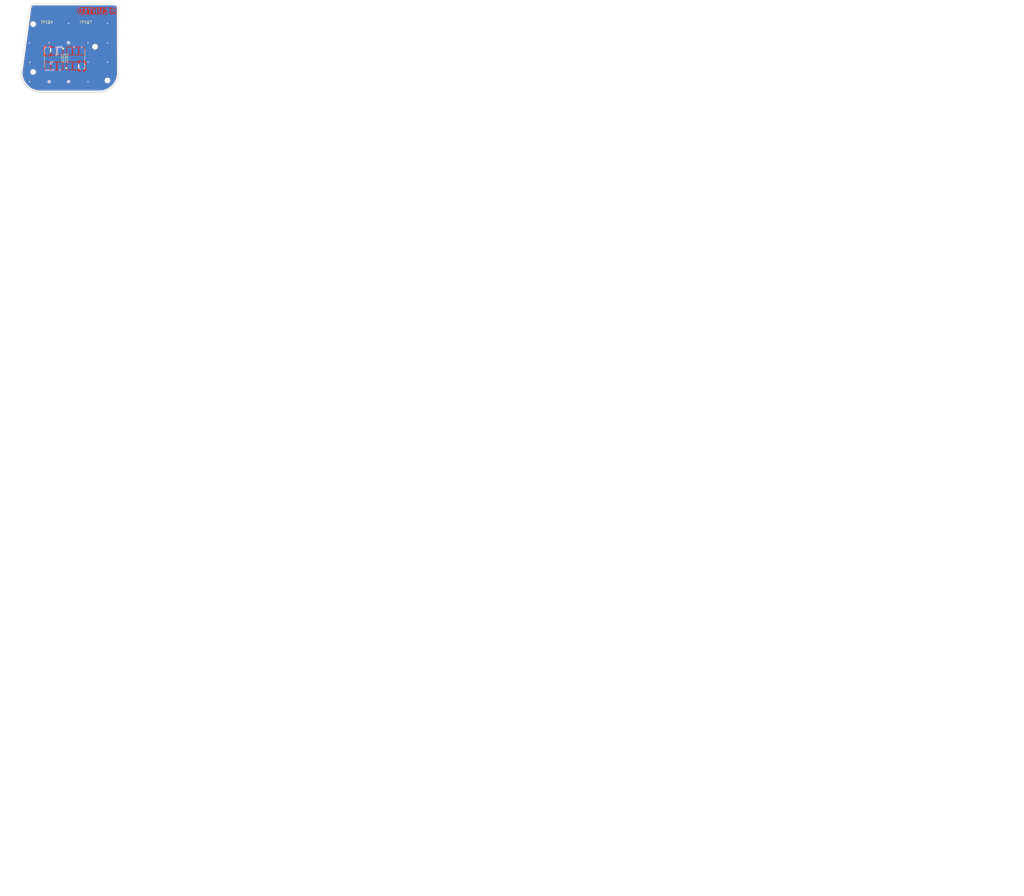
<source format=kicad_pcb>
(kicad_pcb (version 20221018) (generator pcbnew)
  (layers (0 "F.Cu" signal) (31 "B.Cu" signal) (34 "B.Paste" user) (35 "F.Paste" user) (36 "B.SilkS" user "B.Silkscreen") (37 "F.SilkS" user "F.Silkscreen") (38 "B.Mask" user) (39 "F.Mask" user) (44 "Edge.Cuts" user))
  (property "Author" "Julien CARAYON")
  (property "Company" "Mounted")
  (property "Date" "11/2023")
  (property "PCB name" "AugMounted_HMI")
  (property "Version" "v1.0.0")
  (net 0 "")
  (net 2 "/BUTTON2_HMI_BOARD")
  (net 3 "/BUTTON1_HMI_BOARD")
  (net 4 "/ENCODER_S1_HMI_BOARD")
  (net 5 "/ENCODER_B_HMI_BOARD")
  (net 6 "/ENCODER_A_HMI_BOARD")
  (net 7 "/ENCODER_S2_HMI_BOARD")
  (net 8 "VBUS")
  (net 9 "GND")
  (footprint ".mounted-lib:MountingHole_1.2mm_M1" (layer "F.Cu") (at 164.743827 104.36587)
    (fp_text reference "H103" hide)
    (fp_text value "H_MOUNTING_HOLE_M1")
    (pad "" np_thru_hole circle locked (at 0 0) (size 1.2 1.2) (drill 1.2) (layers "F&B.Cu" "*.Mask"))
  )
  (footprint ".mounted-lib:MountingHole_1.2mm_M1" (layer "F.Cu") (at 167.943827 113.06587)
    (fp_text reference "H104" hide)
    (fp_text value "H_MOUNTING_HOLE_M1")
    (pad "" np_thru_hole circle locked (at 0 0) (size 1.2 1.2) (drill 1.2) (layers "F&B.Cu" "*.Mask"))
  )
  (footprint ".mounted-lib:TESTPOINT_1.5MM" (layer "F.Cu") (at 161.343827 101.26587)
    (fp_text reference "TP105" hide)
    (fp_text value "TESTPOINT_1.5MM" hide)
    (pad "1" smd circle (at 0 0) (size 1.5 1.5) (layers "F.Cu" "F.Mask") (net 2 "/BUTTON2_HMI_BOARD"))
  )
  (footprint ".mounted-lib:TESTPOINT_1.5MM" (layer "F.Cu") (at 155.343827 101.66587)
    (fp_text reference "TP102" hide)
    (fp_text value "TESTPOINT_1.5MM" hide)
    (pad "1" smd circle (at 0 0) (size 1.5 1.5) (layers "F.Cu" "F.Mask") (net 5 "/ENCODER_B_HMI_BOARD"))
  )
  (footprint ".mounted-lib:J_788641001" (layer "F.Cu") (at 154.143827 107.36587 -90)
    (fp_text reference "J102" (at 0 -3.3 90) (layer "F.SilkS") (effects (font (size 0.7 0.7) (thickness 0.1))))
    (fp_text value "J_0788641001" hide)
    (fp_line (start -2.4 2.4) (end 2.4 2.4) (stroke (width 0.12)) (layer "F.SilkS"))
    (fp_circle (center -2.5 -2.4) (end -2.3 -2.4) (stroke (width 0.1)) (fill solid) (layer "F.SilkS"))
    (pad "1" smd roundrect (at -2.1 -1.6) (size 0.7 0.8) (layers "F.Cu" "F.Paste" "F.Mask") (roundrect_rratio 0.1) (net 4 "/ENCODER_S1_HMI_BOARD"))
    (pad "2" smd roundrect (at -2.1 0) (size 0.7 0.8) (layers "F.Cu" "F.Paste" "F.Mask") (roundrect_rratio 0.1) (net 8 "VBUS"))
    (pad "3" smd roundrect (at -2.1 1.6) (size 0.7 0.8) (layers "F.Cu" "F.Paste" "F.Mask") (roundrect_rratio 0.1) (net 9 "GND"))
    (pad "4" smd roundrect (at 2.1 1.6) (size 0.7 0.8) (layers "F.Cu" "F.Paste" "F.Mask") (roundrect_rratio 0.1) (net 5 "/ENCODER_B_HMI_BOARD"))
    (pad "5" smd roundrect (at 2.1 0) (size 0.7 0.8) (layers "F.Cu" "F.Paste" "F.Mask") (roundrect_rratio 0.1) (net 6 "/ENCODER_A_HMI_BOARD"))
    (pad "6" smd roundrect (at 2.1 -1.6) (size 0.7 0.8) (layers "F.Cu" "F.Paste" "F.Mask") (roundrect_rratio 0.1) (net 7 "/ENCODER_S2_HMI_BOARD"))
  )
  (footprint ".mounted-lib:TESTPOINT_1.5MM" (layer "F.Cu") (at 152.343827 99.46587)
    (fp_text reference "TP104" (at 0 -1.4 unlocked) (layer "F.SilkS") (effects (font (size 0.7 0.7) (thickness 0.1))))
    (fp_text value "TESTPOINT_1.5MM" hide)
    (pad "1" smd circle (at 0 0) (size 1.5 1.5) (layers "F.Cu" "F.Mask") (net 7 "/ENCODER_S2_HMI_BOARD"))
  )
  (footprint ".mounted-lib:TESTPOINT_1.5MM" (layer "F.Cu") (at 159.343827 101.66587)
    (fp_text reference "TP106" hide)
    (fp_text value "TESTPOINT_1.5MM" hide)
    (pad "1" smd circle (at 0 0) (size 1.5 1.5) (layers "F.Cu" "F.Mask") (net 3 "/BUTTON1_HMI_BOARD"))
  )
  (footprint ".mounted-lib:MountingHole_1.2mm_M1" (layer "F.Cu") (at 148.843827 98.56587)
    (fp_text reference "H101" hide)
    (fp_text value "H_MOUNTING_HOLE_M1")
    (pad "" np_thru_hole circle locked (at 0 0) (size 1.2 1.2) (drill 1.2) (layers "F&B.Cu" "*.Mask"))
  )
  (footprint ".mounted-lib:J_788641001" (layer "F.Cu") (at 159.743827 107.36587 90)
    (fp_text reference "J101" (at 0 -3.3 90) (layer "F.SilkS") (effects (font (size 0.7 0.7) (thickness 0.1))))
    (fp_text value "J_0788641001" hide)
    (fp_line (start -2.4 2.4) (end 2.4 2.4) (stroke (width 0.12)) (layer "F.SilkS"))
    (fp_circle (center -2.5 -2.4) (end -2.3 -2.4) (stroke (width 0.1)) (fill solid) (layer "F.SilkS"))
    (pad "1" smd roundrect (at -2.1 -1.6 180) (size 0.7 0.8) (layers "F.Cu" "F.Paste" "F.Mask") (roundrect_rratio 0.1))
    (pad "2" smd roundrect (at -2.1 0 180) (size 0.7 0.8) (layers "F.Cu" "F.Paste" "F.Mask") (roundrect_rratio 0.1))
    (pad "3" smd roundrect (at -2.1 1.6 180) (size 0.7 0.8) (layers "F.Cu" "F.Paste" "F.Mask") (roundrect_rratio 0.1) (net 9 "GND"))
    (pad "4" smd roundrect (at 2.1 1.6 180) (size 0.7 0.8) (layers "F.Cu" "F.Paste" "F.Mask") (roundrect_rratio 0.1) (net 2 "/BUTTON2_HMI_BOARD"))
    (pad "5" smd roundrect (at 2.1 0 180) (size 0.7 0.8) (layers "F.Cu" "F.Paste" "F.Mask") (roundrect_rratio 0.1) (net 3 "/BUTTON1_HMI_BOARD"))
    (pad "6" smd roundrect (at 2.1 -1.6 180) (size 0.7 0.8) (layers "F.Cu" "F.Paste" "F.Mask") (roundrect_rratio 0.1))
  )
  (footprint ".mounted-lib:TESTPOINT_1.5MM" (layer "F.Cu") (at 162.343827 99.46587)
    (fp_text reference "TP107" (at 0 -1.4 unlocked) (layer "F.SilkS") (effects (font (size 0.7 0.7) (thickness 0.1))))
    (fp_text value "TESTPOINT_1.5MM" hide)
    (pad "1" smd circle (at 0 0) (size 1.5 1.5) (layers "F.Cu" "F.Mask") (net 9 "GND"))
  )
  (footprint ".mounted-lib:TESTPOINT_1.5MM" (layer "F.Cu") (at 157.343827 101.86587)
    (fp_text reference "TP103" hide)
    (fp_text value "TESTPOINT_1.5MM" hide)
    (pad "1" smd circle (at 0 0) (size 1.5 1.5) (layers "F.Cu" "F.Mask") (net 4 "/ENCODER_S1_HMI_BOARD"))
  )
  (footprint ".mounted-lib:MountingHole_1.2mm_M1" (layer "F.Cu") (at 148.843827 110.86587)
    (fp_text reference "H104" hide)
    (fp_text value "H_MOUNTING_HOLE_M1")
    (pad "" np_thru_hole circle locked (at 0 0) (size 1.2 1.2) (drill 1.2) (layers "F&B.Cu" "*.Mask"))
  )
  (footprint ".mounted-lib:TESTPOINT_1.5MM" (layer "F.Cu") (at 153.343827 101.26587)
    (fp_text reference "TP101" hide)
    (fp_text value "TESTPOINT_1.5MM" hide)
    (pad "1" smd circle (at 0 0) (size 1.5 1.5) (layers "F.Cu" "F.Mask") (net 6 "/ENCODER_A_HMI_BOARD"))
  )
  (footprint ".mounted-lib:J_788641001_PAD" (layer "B.Cu") (at 154.143827 107.41012 -90)
    (fp_text reference "J102" hide)
    (fp_text value "J_0788641001_PAD" hide)
    (pad "1" smd roundrect locked (at -1.925 -1.6 180) (size 1.3 1.85) (layers "B.Cu" "B.Mask") (roundrect_rratio 0.1) (net 4 "/ENCODER_S1_HMI_BOARD"))
    (pad "2" smd roundrect locked (at -1.925 0 180) (size 1.3 1.85) (layers "B.Cu" "B.Mask") (roundrect_rratio 0.1) (net 8 "VBUS"))
    (pad "3" smd roundrect locked (at -1.925 1.6 180) (size 1.3 1.85) (layers "B.Cu" "B.Mask") (roundrect_rratio 0.1) (net 9 "GND"))
    (pad "4" smd roundrect locked (at 1.925 1.6 180) (size 1.3 1.85) (layers "B.Cu" "B.Mask") (roundrect_rratio 0.1) (net 5 "/ENCODER_B_HMI_BOARD"))
    (pad "5" smd roundrect locked (at 1.925 0 180) (size 1.3 1.85) (layers "B.Cu" "B.Mask") (roundrect_rratio 0.1) (net 6 "/ENCODER_A_HMI_BOARD"))
    (pad "6" smd roundrect locked (at 1.925 -1.6 180) (size 1.3 1.85) (layers "B.Cu" "B.Mask") (roundrect_rratio 0.1) (net 7 "/ENCODER_S2_HMI_BOARD"))
  )
  (footprint ".mounted-lib:J_788641001_PAD" (layer "B.Cu") (at 159.743827 107.41012 90)
    (fp_text reference "J101" hide)
    (fp_text value "J_0788641001_PAD" hide)
    (pad "1" smd roundrect locked (at -1.925 -1.6) (size 1.3 1.85) (layers "B.Cu" "B.Mask") (roundrect_rratio 0.1))
    (pad "2" smd roundrect locked (at -1.925 0) (size 1.3 1.85) (layers "B.Cu" "B.Mask") (roundrect_rratio 0.1))
    (pad "3" smd roundrect locked (at -1.925 1.6) (size 1.3 1.85) (layers "B.Cu" "B.Mask") (roundrect_rratio 0.1) (net 9 "GND"))
    (pad "4" smd roundrect locked (at 1.925 1.6) (size 1.3 1.85) (layers "B.Cu" "B.Mask") (roundrect_rratio 0.1) (net 2 "/BUTTON2_HMI_BOARD"))
    (pad "5" smd roundrect locked (at 1.925 0) (size 1.3 1.85) (layers "B.Cu" "B.Mask") (roundrect_rratio 0.1) (net 3 "/BUTTON1_HMI_BOARD"))
    (pad "6" smd roundrect locked (at 1.925 -1.6) (size 1.3 1.85) (layers "B.Cu" "B.Mask") (roundrect_rratio 0.1))
  )
  (footprint ".mounted-lib:mounted_logo" (layer "B.Cu") (at 165.343827 95.16587 180)
    (fp_text reference "LOGO101" hide)
    (fp_text value "mounted_logo" hide)
    (fp_poly (pts (xy 2.461178 0.60323) (xy 2.461178 0.450412) (xy 2.268144 0.450412) (xy 2.075111 0.450412) (xy 2.075111 -0.160861) (xy 2.075111 -0.772134) (xy 1.930336 -0.772134) (xy 1.785561 -0.772134) (xy 1.785561 -0.160861) (xy 1.785561 0.450412) (xy 1.592527 0.450412) (xy 1.399493 0.450412) (xy 1.399493 0.60323) (xy 1.399493 0.756048) (xy 1.930336 0.756048) (xy 2.461178 0.756048)) (fill solid) (layer "B.Cu"))
    (fp_poly (pts (xy 3.458518 0.60323) (xy 3.458518 0.450412) (xy 3.233312 0.450412) (xy 3.008106 0.450412) (xy 3.008106 0.297594) (xy 3.008106 0.144775) (xy 3.209183 0.144775) (xy 3.41026 0.144775) (xy 3.41026 -0.008043) (xy 3.41026 -0.160861) (xy 3.209183 -0.160861) (xy 3.008106 -0.160861) (xy 3.008106 -0.313679) (xy 3.008106 -0.466498) (xy 3.249398 -0.466498) (xy 3.49069 -0.466498) (xy 3.49069 -0.619316) (xy 3.49069 -0.772134) (xy 3.09658 -0.772134) (xy 2.70247 -0.772134) (xy 2.70247 -0.008043) (xy 2.70247 0.756048) (xy 3.080494 0.756048) (xy 3.458518 0.756048)) (fill solid) (layer "B.Cu"))
    (fp_poly (pts (xy 0.069432 0.783578) (xy 0.091155 0.768302) (xy 0.121973 0.740372) (xy 0.163804 0.697763) (xy 0.218566 0.638455) (xy 0.288177 0.560426) (xy 0.374555 0.461652) (xy 0.477147 0.342979) (xy 0.860608 -0.102263) (xy 0.864892 0.326893) (xy 0.869177 0.756048) (xy 1.021732 0.756048) (xy 1.174288 0.756048) (xy 1.174288 -0.024129) (xy 1.174288 -0.804306) (xy 1.137765 -0.804306) (xy 1.121758 -0.797956) (xy 1.095258 -0.777776) (xy 1.056601 -0.742077) (xy 1.004123 -0.689166) (xy 0.936159 -0.617352) (xy 0.851045 -0.524945) (xy 0.747119 -0.410252) (xy 0.715504 -0.375119) (xy 0.329766 0.054069) (xy 0.325473 -0.359032) (xy 0.32118 -0.772134) (xy 0.168633 -0.772134) (xy 0.016086 -0.772134) (xy 0.016086 0.008043) (xy 0.016086 0.78822) (xy 0.054886 0.78822)) (fill solid) (layer "B.Cu"))
    (fp_poly (pts (xy -3.603293 0) (xy -3.603293 -0.772134) (xy -3.756111 -0.772134) (xy -3.90893 -0.772134) (xy -3.90893 -0.347301) (xy -3.90893 0.077531) (xy -4.105985 -0.123488) (xy -4.30304 -0.324506) (xy -4.499444 -0.118016) (xy -4.695849 0.088474) (xy -4.696499 -0.34183) (xy -4.69715 -0.772134) (xy -4.849968 -0.772134) (xy -5.002786 -0.772134) (xy -5.002786 0) (xy -5.002786 0.772134) (xy -4.950507 0.771793) (xy -4.933336 0.769907) (xy -4.914804 0.762728) (xy -4.892141 0.747632) (xy -4.862578 0.721996) (xy -4.823345 0.683195) (xy -4.771674 0.628606) (xy -4.704795 0.555605) (xy -4.619939 0.461568) (xy -4.601979 0.441579) (xy -4.524249 0.355596) (xy -4.453376 0.278286) (xy -4.392209 0.212669) (xy -4.343594 0.161764) (xy -4.31038 0.128591) (xy -4.295415 0.116168) (xy -4.295048 0.116176) (xy -4.281878 0.128852) (xy -4.25012 0.162353) (xy -4.202656 0.213547) (xy -4.142373 0.279303) (xy -4.072154 0.356489) (xy -3.994885 0.441973) (xy -3.990905 0.44639) (xy -3.901889 0.54478) (xy -3.831362 0.621531) (xy -3.776631 0.679222) (xy -3.735001 0.720429) (xy -3.703779 0.747728) (xy -3.680271 0.763697) (xy -3.661783 0.770912) (xy -3.650369 0.772134) (xy -3.603293 0.772134)) (fill solid) (layer "B.Cu"))
    (fp_poly (pts (xy 4.04164 0.755769) (xy 4.192494 0.75303) (xy 4.317273 0.744566) (xy 4.421708 0.729478) (xy 4.511534 0.706866) (xy 4.592482 0.675831) (xy 4.613234 0.666049) (xy 4.719388 0.597173) (xy 4.813708 0.50264) (xy 4.892456 0.387932) (xy 4.951894 0.25853) (xy 4.988282 0.119915) (xy 4.989089 0.114982) (xy 4.99793 -0.029146) (xy 4.980197 -0.172284) (xy 4.93825 -0.30946) (xy 4.874446 -0.4357) (xy 4.791144 -0.546031) (xy 4.690703 -0.635478) (xy 4.610466 -0.68349) (xy 4.531199 -0.716583) (xy 4.443701 -0.741082) (xy 4.342372 -0.757856) (xy 4.221617 -0.767775) (xy 4.075839 -0.771708) (xy 4.04164 -0.771855) (xy 3.780241 -0.772134) (xy 3.780241 -0.008043) (xy 3.780241 0.454249) (xy 4.085877 0.454249) (xy 4.085877 -0.008043) (xy 4.085877 -0.470335) (xy 4.234674 -0.463351) (xy 4.322959 -0.456684) (xy 4.388171 -0.445182) (xy 4.439257 -0.427119) (xy 4.450108 -0.421772) (xy 4.540496 -0.357349) (xy 4.610487 -0.270545) (xy 4.657691 -0.165642) (xy 4.67972 -0.046918) (xy 4.681064 -0.008043) (xy 4.667753 0.117403) (xy 4.627399 0.226312) (xy 4.573903 0.304316) (xy 4.513781 0.364468) (xy 4.449184 0.40569) (xy 4.372108 0.431353) (xy 4.274549 0.44483) (xy 4.234674 0.447265) (xy 4.085877 0.454249) (xy 3.780241 0.454249) (xy 3.780241 0.756048)) (fill solid) (layer "B.Cu"))
    (fp_poly (pts (xy -1.125969 0.221184) (xy -1.125865 0.075344) (xy -1.125459 -0.04188) (xy -1.124553 -0.134042) (xy -1.122952 -0.204698) (xy -1.120459 -0.257403) (xy -1.116878 -0.295713) (xy -1.112011 -0.323183) (xy -1.105663 -0.343368) (xy -1.097637 -0.359823) (xy -1.093464 -0.366895) (xy -1.049302 -0.41449) (xy -0.985672 -0.453702) (xy -0.915239 -0.477812) (xy -0.876081 -0.482231) (xy -0.810624 -0.470536) (xy -0.743454 -0.439216) (xy -0.686529 -0.395227) (xy -0.655535 -0.353895) (xy -0.647736 -0.335466) (xy -0.641508 -0.312393) (xy -0.636678 -0.2811) (xy -0.633073 -0.238012) (xy -0.630522 -0.179552) (xy -0.628851 -0.102146) (xy -0.627887 -0.002217) (xy -0.627458 0.12381) (xy -0.627384 0.229227) (xy -0.627359 0.756048) (xy -0.473425 0.756048) (xy -0.319491 0.756048) (xy -0.325048 0.197055) (xy -0.326763 0.038599) (xy -0.32878 -0.091367) (xy -0.331595 -0.196523) (xy -0.335706 -0.280549) (xy -0.341608 -0.347126) (xy -0.349798 -0.399936) (xy -0.360773 -0.442658) (xy -0.375028 -0.478975) (xy -0.39306 -0.512565) (xy -0.415366 -0.547111) (xy -0.427861 -0.565293) (xy -0.502437 -0.646126) (xy -0.599157 -0.71008) (xy -0.711413 -0.754714) (xy -0.832598 -0.777588) (xy -0.956106 -0.77626) (xy -0.986876 -0.771807) (xy -1.104452 -0.737131) (xy -1.211287 -0.678164) (xy -1.301587 -0.599442) (xy -1.369559 -0.505496) (xy -1.393624 -0.453541) (xy -1.401408 -0.429917) (xy -1.407768 -0.401704) (xy -1.412892 -0.365371) (xy -1.41697 -0.31739) (xy -1.420189 -0.254232) (xy -1.422739 -0.172366) (xy -1.424807 -0.068265) (xy -1.426582 0.061602) (xy -1.427943 0.189012) (xy -1.433543 0.756048) (xy -1.279786 0.756048) (xy -1.126029 0.756048)) (fill solid) (layer "B.Cu"))
    (fp_poly (pts (xy -2.383549 0.742996) (xy -2.23438 0.692604) (xy -2.096077 0.616635) (xy -1.996133 0.537649) (xy -1.948468 0.489597) (xy -1.90023 0.434474) (xy -1.8566 0.379031) (xy -1.822755 0.330022) (xy -1.803878 0.294199) (xy -1.801647 0.284121) (xy -1.816957 0.280985) (xy -1.859785 0.278215) (xy -1.925478 0.275954) (xy -2.009383 0.274345) (xy -2.106846 0.273534) (xy -2.146183 0.273464) (xy -2.2495 0.273023) (xy -2.342843 0.271791) (xy -2.421087 0.269901) (xy -2.47911 0.267491) (xy -2.51179 0.264694) (xy -2.516164 0.2637) (xy -2.528264 0.253434) (xy -2.535938 0.229982) (xy -2.540071 0.18755) (xy -2.54155 0.120344) (xy -2.541609 0.097175) (xy -2.539741 0.017429) (xy -2.531937 -0.047393) (xy -2.514891 -0.100522) (xy -2.485298 -0.145189) (xy -2.439855 -0.184627) (xy -2.375257 -0.222066) (xy -2.2882 -0.260737) (xy -2.175379 -0.303873) (xy -2.105796 -0.329011) (xy -2.01614 -0.361399) (xy -1.934292 -0.391602) (xy -1.86625 -0.417356) (xy -1.818016 -0.436398) (xy -1.798352 -0.444962) (xy -1.771297 -0.460537) (xy -1.76284 -0.477961) (xy -1.769934 -0.508966) (xy -1.776664 -0.528422) (xy -1.807625 -0.604915) (xy -1.843083 -0.674759) (xy -1.879358 -0.732213) (xy -1.912769 -0.771536) (xy -1.939636 -0.786988) (xy -1.9424 -0.78695) (xy -1.964804 -0.781166) (xy -2.002012 -0.768992) (xy -2.002723 -0.768743) (xy -2.048819 -0.751996) (xy -2.116575 -0.726612) (xy -2.202066 -0.694123) (xy -2.301366 -0.65606) (xy -2.410549 -0.613954) (xy -2.525689 -0.569338) (xy -2.642859 -0.523741) (xy -2.758135 -0.478697) (xy -2.86759 -0.435735) (xy -2.967298 -0.396388) (xy -3.053334 -0.362187) (xy -3.12177 -0.334664) (xy -3.168682 -0.31535) (xy -3.190143 -0.305775) (xy -3.190973 -0.305231) (xy -3.205472 -0.277917) (xy -3.221051 -0.226338) (xy -3.236241 -0.158302) (xy -3.249569 -0.081615) (xy -3.259565 -0.004084) (xy -3.264758 0.066485) (xy -3.265168 0.088474) (xy -3.254587 0.237002) (xy -3.221905 0.364848) (xy -3.165471 0.476166) (xy -3.083631 0.575111) (xy -3.06434 0.593532) (xy -2.960042 0.670903) (xy -2.838487 0.7253) (xy -2.695454 0.758594) (xy -2.690377 0.759346) (xy -2.537557 0.765885)) (fill solid) (layer "B.Cu"))
  )
  (gr_line (start 150.728255 116.028448) (end 165.795087 116.028448) (stroke (width 0.2)) (layer "Edge.Cuts"))
  (gr_arc (start 148.0494 93.918656) (mid 148.418096 93.515219) (end 148.943827 93.36587) (stroke (width 0.1)) (layer "Edge.Cuts"))
  (gr_arc (start 169.743827 93.36587) (mid 170.450934 93.658763) (end 170.743827 94.36587) (stroke (width 0.1)) (layer "Edge.Cuts"))
  (gr_line (start 169.743827 93.36587) (end 148.943827 93.36587) (stroke (width 0.1)) (layer "Edge.Cuts"))
  (gr_line (start 170.789201 111.270959) (end 170.743827 94.36587) (stroke (width 0.1)) (layer "Edge.Cuts"))
  (gr_arc (start 150.728255 116.028448) (mid 147.117593 114.487224) (end 145.732869 110.813672) (stroke (width 0.2)) (layer "Edge.Cuts"))
  (gr_arc (start 170.789201 111.270959) (mid 169.243826 114.648713) (end 165.795087 116.028448) (stroke (width 0.2)) (layer "Edge.Cuts"))
  (gr_line (start 148.0494 93.918656) (end 145.732869 110.813672) (stroke (width 0.1)) (layer "Edge.Cuts"))
  (via (at 157.943827 113.36587) (size 0.45) (drill 0.3) (layers "F.Cu" "B.Cu") (net 0))
  (via (at 152.943827 113.36587) (size 0.45) (drill 0.3) (layers "F.Cu" "B.Cu") (net 0))
  (via (at 157.943827 103.36587) (size 0.45) (drill 0.3) (layers "F.Cu" "B.Cu") (net 0))
  (segment (start 161.343827 101.26587) (end 161.343827 105.26587) (width 0.1) (layer "F.Cu") (net 2))
  (segment (start 159.343827 104.86587) (end 159.743827 105.26587) (width 0.1) (layer "F.Cu") (net 3))
  (segment (start 159.343827 101.66587) (end 159.343827 104.86587) (width 0.1) (layer "F.Cu") (net 3))
  (segment (start 157.343827 103.66587) (end 155.743827 105.26587) (width 0.1) (layer "F.Cu") (net 4))
  (segment (start 157.343827 101.86587) (end 157.343827 103.66587) (width 0.1) (layer "F.Cu") (net 4))
  (segment (start 155.343827 101.66587) (end 154.843827 102.16587) (width 0.1) (layer "F.Cu") (net 5))
  (segment (start 152.543827 109.36587) (end 152.543827 109.46587) (width 0.1) (layer "F.Cu") (net 5))
  (segment (start 154.843827 102.16587) (end 154.843827 107.06587) (width 0.1) (layer "F.Cu") (net 5))
  (segment (start 154.843827 107.06587) (end 152.543827 109.36587) (width 0.1) (layer "F.Cu") (net 5))
  (segment (start 151.143827 110.16587) (end 151.543827 110.56587) (width 0.1) (layer "F.Cu") (net 6))
  (segment (start 151.543827 110.56587) (end 153.943827 110.56587) (width 0.1) (layer "F.Cu") (net 6))
  (segment (start 153.943827 110.56587) (end 154.143827 110.36587) (width 0.1) (layer "F.Cu") (net 6))
  (segment (start 153.343827 102.26587) (end 151.143827 104.46587) (width 0.1) (layer "F.Cu") (net 6))
  (segment (start 153.343827 101.26587) (end 153.343827 102.26587) (width 0.1) (layer "F.Cu") (net 6))
  (segment (start 154.143827 110.36587) (end 154.143827 109.46587) (width 0.1) (layer "F.Cu") (net 6))
  (segment (start 151.143827 104.46587) (end 151.143827 110.16587) (width 0.1) (layer "F.Cu") (net 6))
  (segment (start 150.343827 109.648712) (end 151.460985 110.76587) (width 0.1) (layer "F.Cu") (net 7))
  (segment (start 150.343827 104.56587) (end 150.343827 109.648712) (width 0.1) (layer "F.Cu") (net 7))
  (segment (start 155.543827 110.76587) (end 155.743827 110.56587) (width 0.1) (layer "F.Cu") (net 7))
  (segment (start 151.543827 103.36587) (end 150.343827 104.56587) (width 0.1) (layer "F.Cu") (net 7))
  (segment (start 152.343827 99.46587) (end 151.543827 100.26587) (width 0.1) (layer "F.Cu") (net 7))
  (segment (start 151.460985 110.76587) (end 155.543827 110.76587) (width 0.1) (layer "F.Cu") (net 7))
  (segment (start 151.543827 100.26587) (end 151.543827 103.36587) (width 0.1) (layer "F.Cu") (net 7))
  (segment (start 155.743827 110.56587) (end 155.743827 109.46587) (width 0.1) (layer "F.Cu") (net 7))
  (via (at 162.943827 108.36587) (size 0.45) (drill 0.3) (layers "F.Cu" "B.Cu") (net 9))
  (via (at 162.943827 98.36587) (size 0.45) (drill 0.3) (layers "F.Cu" "B.Cu") (net 9))
  (via (at 147.943827 103.36587) (size 0.45) (drill 0.3) (layers "F.Cu" "B.Cu") (net 9))
  (via (at 162.943827 113.36587) (size 0.45) (drill 0.3) (layers "F.Cu" "B.Cu") (net 9))
  (via (at 167.943827 103.36587) (size 0.45) (drill 0.3) (layers "F.Cu" "B.Cu") (net 9))
  (via (at 152.943827 98.36587) (size 0.45) (drill 0.3) (layers "F.Cu" "B.Cu") (net 9))
  (via (at 147.943827 108.36587) (size 0.45) (drill 0.3) (layers "F.Cu" "B.Cu") (net 9))
  (via (at 157.943827 98.36587) (size 0.45) (drill 0.3) (layers "F.Cu" "B.Cu") (net 9))
  (via (at 147.943827 113.36587) (size 0.45) (drill 0.3) (layers "F.Cu" "B.Cu") (net 9))
  (via (at 162.943827 103.36587) (size 0.45) (drill 0.3) (layers "F.Cu" "B.Cu") (net 9))
  (via (at 152.943827 103.36587) (size 0.45) (drill 0.3) (layers "F.Cu" "B.Cu") (net 9))
  (via (at 167.943827 98.36587) (size 0.45) (drill 0.3) (layers "F.Cu" "B.Cu") (net 9))
  (via (at 167.943827 108.36587) (size 0.45) (drill 0.3) (layers "F.Cu" "B.Cu") (net 9))
  (zone (net 9) (net_name "GND") (layers "F&B.Cu") (connect_pads (clearance 0.2)) (min_thickness 0.25) (fill yes (thermal_gap 0.5) (thermal_bridge_width 0.5))
    (polygon (pts (xy 145.443827 92.36587) (xy 170.943827 92.36587) (xy 171.443827 116.36587) (xy 145.443827 116.36587)))
  )
)
</source>
